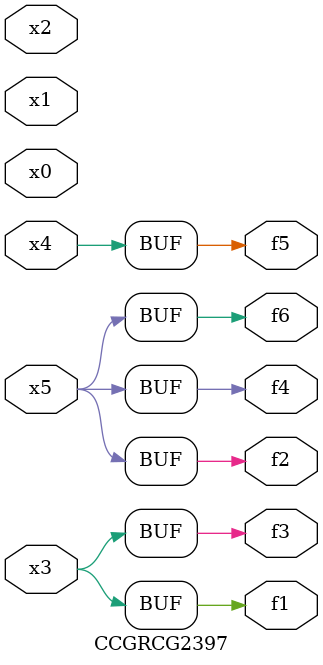
<source format=v>
module CCGRCG2397(
	input x0, x1, x2, x3, x4, x5,
	output f1, f2, f3, f4, f5, f6
);
	assign f1 = x3;
	assign f2 = x5;
	assign f3 = x3;
	assign f4 = x5;
	assign f5 = x4;
	assign f6 = x5;
endmodule

</source>
